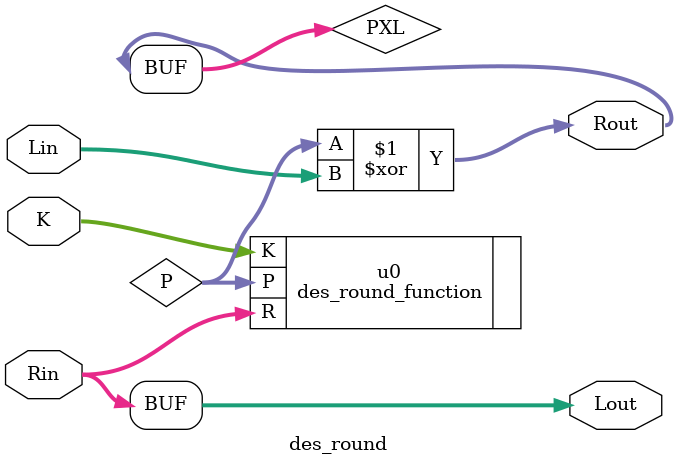
<source format=v>
module des_round
    (
        input   [1:32] Rin,  // 32-bit right-half input
        input   [1:32] Lin,  // 32-bit left-half input
        input   [1:48] K,    // 48-bit round key
        output  [1:32] Rout, // 32-bit right-half output
        output  [1:32] Lout  // 32-bit left-half output
    );

    wire    [1:32] P;   // 32-bit output of round function
    wire    [1:32] PXL; // 32-bit result of P XOR L

    // Pass the right-half input into the round function
    des_round_function u0 (
            .R(Rin),
            .K(K),
            .P(P)
        );

    // Bit-wise XOR P and Lin
    assign PXL = P ^ Lin;

    // Swap the sides for the next round
    assign Rout = PXL;
    assign Lout = Rin;
endmodule

</source>
